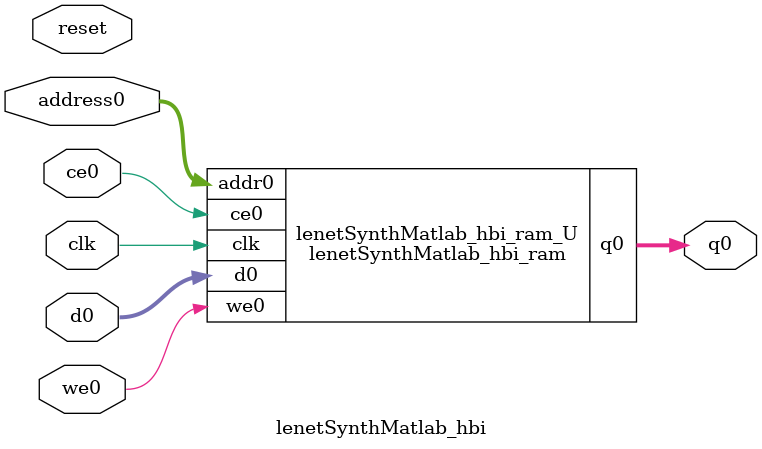
<source format=v>

`timescale 1 ns / 1 ps
module lenetSynthMatlab_hbi_ram (addr0, ce0, d0, we0, q0,  clk);

parameter DWIDTH = 64;
parameter AWIDTH = 9;
parameter MEM_SIZE = 400;

input[AWIDTH-1:0] addr0;
input ce0;
input[DWIDTH-1:0] d0;
input we0;
output reg[DWIDTH-1:0] q0;
input clk;

(* ram_style = "block" *)reg [DWIDTH-1:0] ram[0:MEM_SIZE-1];




always @(posedge clk)  
begin 
    if (ce0) 
    begin
        if (we0) 
        begin 
            ram[addr0] <= d0; 
            q0 <= d0;
        end 
        else 
            q0 <= ram[addr0];
    end
end


endmodule


`timescale 1 ns / 1 ps
module lenetSynthMatlab_hbi(
    reset,
    clk,
    address0,
    ce0,
    we0,
    d0,
    q0);

parameter DataWidth = 32'd64;
parameter AddressRange = 32'd400;
parameter AddressWidth = 32'd9;
input reset;
input clk;
input[AddressWidth - 1:0] address0;
input ce0;
input we0;
input[DataWidth - 1:0] d0;
output[DataWidth - 1:0] q0;



lenetSynthMatlab_hbi_ram lenetSynthMatlab_hbi_ram_U(
    .clk( clk ),
    .addr0( address0 ),
    .ce0( ce0 ),
    .we0( we0 ),
    .d0( d0 ),
    .q0( q0 ));

endmodule


</source>
